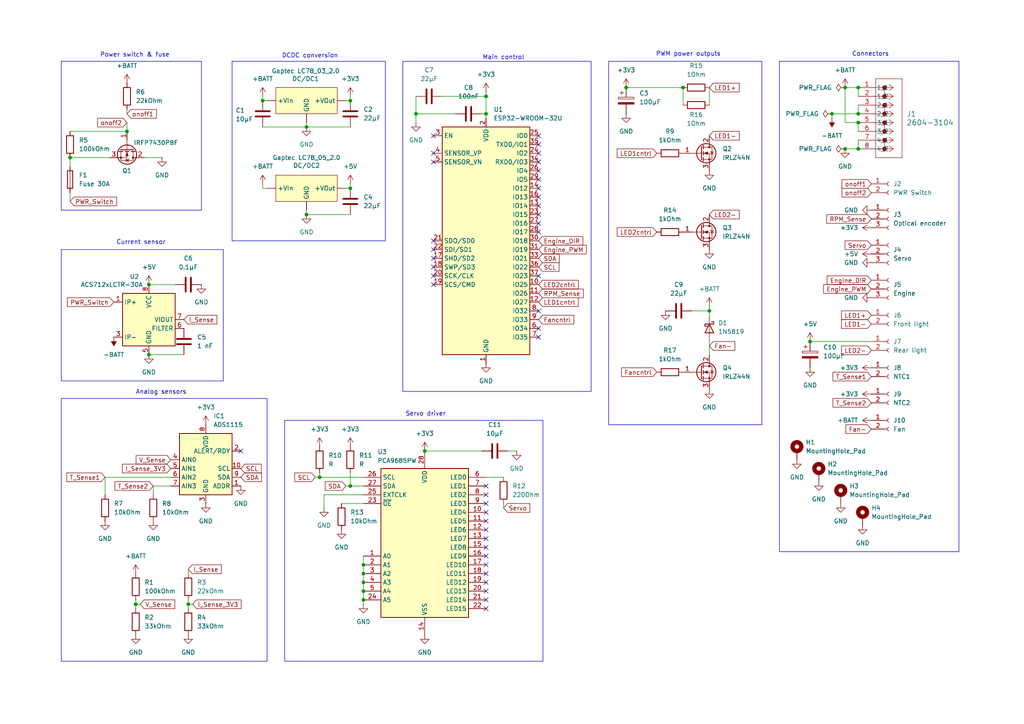
<source format=kicad_sch>
(kicad_sch (version 20250114) (generator "eeschema") (generator_version "9.0")
  (paper "A4")
  (lib_symbols
    (symbol "Connector:Conn_01x02_Socket" (pin_names (offset 1.016) (hide yes))
      (property "Reference" "J" (at 0 2.54 0))
      (property "Value" "Conn_01x02_Socket" (at 0 -5.08 0))
      (symbol "Conn_01x02_Socket_1_1"
        (pin passive line (at -5.08 0 0) (length 3.81) (name "Pin_1") (number "1"))
        (pin passive line (at -5.08 -2.54 0) (length 3.81) (name "Pin_2") (number "2"))
      )
    )
    (symbol "Connector:Conn_01x03_Socket" (pin_names (offset 1.016) (hide yes))
      (property "Reference" "J" (at 0 5.08 0))
      (property "Value" "Conn_01x03_Socket" (at 0 -5.08 0))
      (symbol "Conn_01x03_Socket_1_1"
        (pin passive line (at -5.08 2.54 0) (length 3.81) (name "Pin_1") (number "1"))
        (pin passive line (at -5.08 0 0) (length 3.81) (name "Pin_2") (number "2"))
        (pin passive line (at -5.08 -2.54 0) (length 3.81) (name "Pin_3") (number "3"))
      )
    )
    (symbol "Device:C" (pin_numbers (hide yes)) (pin_names (offset 0.254))
      (property "Reference" "C" (at 0.635 2.54 0))
      (property "Value" "C" (at 0.635 -2.54 0))
      (symbol "C_1_1"
        (pin passive line (at 0 3.81 270) (length 2.794) (name "~") (number "1"))
        (pin passive line (at 0 -3.81 90) (length 2.794) (name "~") (number "2"))
      )
    )
    (symbol "Device:C_Polarized" (pin_numbers (hide yes)) (pin_names (offset 0.254))
      (property "Reference" "C" (at 0.635 2.54 0))
      (property "Value" "C_Polarized" (at 0.635 -2.54 0))
      (symbol "C_Polarized_1_1"
        (pin passive line (at 0 3.81 270) (length 2.794) (name "~") (number "1"))
        (pin passive line (at 0 -3.81 90) (length 2.794) (name "~") (number "2"))
      )
    )
    (symbol "Device:Fuse" (pin_numbers (hide yes)) (pin_names (offset 0))
      (property "Reference" "F" (at 2.032 0 90))
      (property "Value" "Fuse" (at -1.905 0 90))
      (symbol "Fuse_1_1"
        (pin passive line (at 0 3.81 270) (length 1.27) (name "~") (number "1"))
        (pin passive line (at 0 -3.81 90) (length 1.27) (name "~") (number "2"))
      )
    )
    (symbol "Device:R" (pin_numbers (hide yes)) (pin_names (offset 0))
      (property "Reference" "R" (at 2.032 0 90))
      (property "Value" "R" (at 0 0 90))
      (symbol "R_1_1"
        (pin passive line (at 0 3.81 270) (length 1.27) (name "~") (number "1"))
        (pin passive line (at 0 -3.81 90) (length 1.27) (name "~") (number "2"))
      )
    )
    (symbol "Diode:1N5819" (pin_numbers (hide yes)) (pin_names (offset 1.016) (hide yes))
      (property "Reference" "D" (at 0 2.54 0))
      (property "Value" "1N5819" (at 0 -2.54 0))
      (symbol "1N5819_1_1"
        (pin passive line (at -3.81 0 0) (length 2.54) (name "K") (number "1"))
        (pin passive line (at 3.81 0 180) (length 2.54) (name "A") (number "2"))
      )
    )
    (symbol "Driver_LED:PCA9685PW"
      (property "Reference" "U" (at -12.7 22.225 0))
      (property "Value" "PCA9685PW" (at 1.27 22.225 0))
      (symbol "PCA9685PW_1_1"
        (pin input line (at -17.78 17.78 0) (length 5.08) (name "SCL") (number "26"))
        (pin bidirectional line (at -17.78 15.24 0) (length 5.08) (name "SDA") (number "27"))
        (pin input line (at -17.78 12.7 0) (length 5.08) (name "EXTCLK") (number "25"))
        (pin input line (at -17.78 10.16 0) (length 5.08) (name "~{OE}") (number "23"))
        (pin input line (at -17.78 -5.08 0) (length 5.08) (name "A0") (number "1"))
        (pin input line (at -17.78 -7.62 0) (length 5.08) (name "A1") (number "2"))
        (pin input line (at -17.78 -10.16 0) (length 5.08) (name "A2") (number "3"))
        (pin input line (at -17.78 -12.7 0) (length 5.08) (name "A3") (number "4"))
        (pin input line (at -17.78 -15.24 0) (length 5.08) (name "A4") (number "5"))
        (pin input line (at -17.78 -17.78 0) (length 5.08) (name "A5") (number "24"))
        (pin power_in line (at 0 25.4 270) (length 5.08) (name "VDD") (number "28"))
        (pin power_in line (at 0 -27.94 90) (length 5.08) (name "VSS") (number "14"))
        (pin output line (at 17.78 17.78 180) (length 5.08) (name "LED0") (number "6"))
        (pin output line (at 17.78 15.24 180) (length 5.08) (name "LED1") (number "7"))
        (pin output line (at 17.78 12.7 180) (length 5.08) (name "LED2") (number "8"))
        (pin output line (at 17.78 10.16 180) (length 5.08) (name "LED3") (number "9"))
        (pin output line (at 17.78 7.62 180) (length 5.08) (name "LED4") (number "10"))
        (pin output line (at 17.78 5.08 180) (length 5.08) (name "LED5") (number "11"))
        (pin output line (at 17.78 2.54 180) (length 5.08) (name "LED6") (number "12"))
        (pin output line (at 17.78 0 180) (length 5.08) (name "LED7") (number "13"))
        (pin output line (at 17.78 -2.54 180) (length 5.08) (name "LED8") (number "15"))
        (pin output line (at 17.78 -5.08 180) (length 5.08) (name "LED9") (number "16"))
        (pin output line (at 17.78 -7.62 180) (length 5.08) (name "LED10") (number "17"))
        (pin output line (at 17.78 -10.16 180) (length 5.08) (name "LED11") (number "18"))
        (pin output line (at 17.78 -12.7 180) (length 5.08) (name "LED12") (number "19"))
        (pin output line (at 17.78 -15.24 180) (length 5.08) (name "LED13") (number "20"))
        (pin output line (at 17.78 -17.78 180) (length 5.08) (name "LED14") (number "21"))
        (pin output line (at 17.78 -20.32 180) (length 5.08) (name "LED15") (number "22"))
      )
    )
    (symbol "Mechanical:MountingHole_Pad" (pin_numbers (hide yes)) (pin_names (offset 1.016) (hide yes)) (exclude_from_sim yes) (in_bom no)
      (property "Reference" "H" (at 0 6.35 0))
      (property "Value" "MountingHole_Pad" (at 0 4.445 0))
      (symbol "MountingHole_Pad_1_1"
        (pin input line (at 0 -2.54 90) (length 2.54) (name "1") (number "1"))
      )
    )
    (symbol "Sensor_Current:ACS712xLCTR-30A"
      (property "Reference" "U" (at 2.54 11.43 0))
      (property "Value" "ACS712xLCTR-30A" (at 2.54 8.89 0))
      (symbol "ACS712xLCTR-30A_1_1"
        (pin passive line (at -10.16 5.08 0) (length 2.54) (name "IP+") (number "1"))
        (pin passive line (at -10.16 5.08 0) (length 2.54) (hide yes) (name "IP+") (number "2"))
        (pin passive line (at -10.16 -5.08 0) (length 2.54) (name "IP-") (number "3"))
        (pin passive line (at -10.16 -5.08 0) (length 2.54) (hide yes) (name "IP-") (number "4"))
        (pin power_in line (at 0 10.16 270) (length 2.54) (name "VCC") (number "8"))
        (pin power_in line (at 0 -10.16 90) (length 2.54) (name "GND") (number "5"))
        (pin output line (at 10.16 0 180) (length 2.54) (name "VIOUT") (number "7"))
        (pin passive line (at 10.16 -2.54 180) (length 2.54) (name "FILTER") (number "6"))
      )
    )
    (symbol "Transistor_FET:IRLZ44N" (pin_names (hide yes))
      (property "Reference" "Q" (at 5.08 1.905 0))
      (property "Value" "IRLZ44N" (at 5.08 0 0))
      (symbol "IRLZ44N_1_1"
        (pin input line (at -5.08 0 0) (length 2.54) (name "G") (number "1"))
        (pin passive line (at 2.54 5.08 270) (length 2.54) (name "D") (number "2"))
        (pin passive line (at 2.54 -5.08 90) (length 2.54) (name "S") (number "3"))
      )
    )
    (symbol "customsymbols:ADS1115"
      (property "Reference" "IC" (at 2.54 13.97 0))
      (property "Value" "ADS1115" (at 5.842 11.43 0))
      (symbol "ADS1115_1_1"
        (pin input line (at -10.16 2.54 0) (length 2.54) (name "AIN0") (number "4"))
        (pin input line (at -10.16 0 0) (length 2.54) (name "AIN1") (number "5"))
        (pin input line (at -10.16 -2.54 0) (length 2.54) (name "AIN2") (number "6"))
        (pin input line (at -10.16 -5.08 0) (length 2.54) (name "AIN3") (number "7"))
        (pin power_in line (at 0 12.7 270) (length 2.54) (name "VDD") (number "8"))
        (pin power_in line (at 0 -10.16 90) (length 2.54) (name "GND") (number "3"))
        (pin output line (at 10.16 5.08 180) (length 2.54) (name "ALERT/RDY") (number "2"))
        (pin input line (at 10.16 0 180) (length 2.54) (name "SCL") (number "10"))
        (pin bidirectional line (at 10.16 -2.54 180) (length 2.54) (name "SDA") (number "9"))
        (pin input line (at 10.16 -5.08 180) (length 2.54) (name "ADDR") (number "1"))
      )
    )
    (symbol "customsymbols:ESP32-WROOM-32U"
      (property "Reference" "U" (at -12.7 34.29 0))
      (property "Value" "ESP32-WROOM-32U" (at 1.27 34.29 0))
      (symbol "ESP32-WROOM-32U_1_1"
        (pin input line (at -15.24 30.48 0) (length 2.54) (name "EN") (number "3"))
        (pin input line (at -15.24 25.4 0) (length 2.54) (name "SENSOR_VP") (number "4"))
        (pin input line (at -15.24 22.86 0) (length 2.54) (name "SENSOR_VN") (number "5"))
        (pin bidirectional line (at -15.24 0 0) (length 2.54) (name "SDO/SD0") (number "21"))
        (pin bidirectional line (at -15.24 -2.54 0) (length 2.54) (name "SDI/SD1") (number "22"))
        (pin bidirectional line (at -15.24 -5.08 0) (length 2.54) (name "SHD/SD2") (number "17"))
        (pin bidirectional line (at -15.24 -7.62 0) (length 2.54) (name "SWP/SD3") (number "18"))
        (pin bidirectional line (at -15.24 -10.16 0) (length 2.54) (name "SCK/CLK") (number "20"))
        (pin bidirectional line (at -15.24 -12.7 0) (length 2.54) (name "SCS/CMD") (number "19"))
        (pin power_in line (at 0 35.56 270) (length 2.54) (name "VDD") (number "2"))
        (pin power_in line (at 0 -35.56 90) (length 2.54) (name "GND") (number "1"))
        (pin passive line (at 0 -35.56 90) (length 2.54) (hide yes) (name "GND") (number "15"))
        (pin passive line (at 0 -35.56 90) (length 2.54) (hide yes) (name "GND") (number "38"))
        (pin bidirectional line (at 15.24 30.48 180) (length 2.54) (name "IO0") (number "25"))
        (pin bidirectional line (at 15.24 27.94 180) (length 2.54) (name "TXD0/IO1") (number "35"))
        (pin bidirectional line (at 15.24 25.4 180) (length 2.54) (name "IO2") (number "24"))
        (pin bidirectional line (at 15.24 22.86 180) (length 2.54) (name "RXD0/IO3") (number "34"))
        (pin bidirectional line (at 15.24 20.32 180) (length 2.54) (name "IO4") (number "26"))
        (pin bidirectional line (at 15.24 17.78 180) (length 2.54) (name "IO5") (number "29"))
        (pin bidirectional line (at 15.24 15.24 180) (length 2.54) (name "IO12") (number "14"))
        (pin bidirectional line (at 15.24 12.7 180) (length 2.54) (name "IO13") (number "16"))
        (pin bidirectional line (at 15.24 10.16 180) (length 2.54) (name "IO14") (number "13"))
        (pin bidirectional line (at 15.24 7.62 180) (length 2.54) (name "IO15") (number "23"))
        (pin bidirectional line (at 15.24 5.08 180) (length 2.54) (name "IO16") (number "27"))
        (pin bidirectional line (at 15.24 2.54 180) (length 2.54) (name "IO17") (number "28"))
        (pin bidirectional line (at 15.24 0 180) (length 2.54) (name "IO18") (number "30"))
        (pin bidirectional line (at 15.24 -2.54 180) (length 2.54) (name "IO19") (number "31"))
        (pin bidirectional line (at 15.24 -5.08 180) (length 2.54) (name "IO21") (number "33"))
        (pin bidirectional line (at 15.24 -7.62 180) (length 2.54) (name "IO22") (number "36"))
        (pin bidirectional line (at 15.24 -10.16 180) (length 2.54) (name "IO23") (number "37"))
        (pin bidirectional line (at 15.24 -12.7 180) (length 2.54) (name "IO25") (number "10"))
        (pin bidirectional line (at 15.24 -15.24 180) (length 2.54) (name "IO26") (number "11"))
        (pin bidirectional line (at 15.24 -17.78 180) (length 2.54) (name "IO27") (number "12"))
        (pin bidirectional line (at 15.24 -20.32 180) (length 2.54) (name "IO32") (number "8"))
        (pin bidirectional line (at 15.24 -22.86 180) (length 2.54) (name "IO33") (number "9"))
        (pin input line (at 15.24 -25.4 180) (length 2.54) (name "IO34") (number "6"))
        (pin input line (at 15.24 -27.94 180) (length 2.54) (name "IO35") (number "7"))
      )
    )
    (symbol "customsymbols:IRFP7430PBF" (pin_names (hide yes))
      (property "Reference" "Q" (at 5.08 1.905 0))
      (property "Value" "IRFP7430PBF" (at 5.08 0 0))
      (symbol "IRFP7430PBF_1_1"
        (pin input line (at -5.08 0 0) (length 2.54) (name "G") (number "1"))
        (pin passive line (at 2.54 5.08 270) (length 2.54) (name "D") (number "2"))
        (pin passive line (at 2.54 -5.08 90) (length 2.54) (name "S") (number "3"))
      )
    )
    (symbol "customsymbols:LC78_03_2.0" (pin_numbers (hide yes))
      (property "Reference" "DC/DC" (at 0 3.048 0))
      (property "Value" "Gaptec LC78_03_2.0" (at 0 4.572 0))
      (symbol "LC78_03_2.0_1_1"
        (pin power_in line (at -11.43 0 0) (length 2.54) (name "+VIn") (number "1"))
        (pin power_in line (at 0 -6.35 90) (length 2.54) (name "GND") (number "2"))
        (pin power_out line (at 11.43 0 180) (length 2.54) (name "+VOut") (number "3"))
      )
    )
    (symbol "customsymbols:LC78_05_2.0" (pin_numbers (hide yes))
      (property "Reference" "DC/DC" (at 0 3.048 0))
      (property "Value" "Gaptec LC78_05_2.0" (at 0 4.572 0))
      (symbol "LC78_05_2.0_1_1"
        (pin power_in line (at -11.43 0 0) (length 2.54) (name "+VIn") (number "1"))
        (pin power_in line (at 0 -6.35 90) (length 2.54) (name "GND") (number "2"))
        (pin power_out line (at 11.43 0 180) (length 2.54) (name "+VOut") (number "3"))
      )
    )
    (symbol "power:+3V3" (power) (pin_numbers (hide yes)) (pin_names (offset 0) (hide yes))
      (property "Value" "+3V3" (at 0 3.556 0))
      (symbol "+3V3_1_1"
        (pin power_in line (at 0 0 90) (length 0) (name "~") (number "1"))
      )
    )
    (symbol "power:+5V" (power) (pin_numbers (hide yes)) (pin_names (offset 0) (hide yes))
      (property "Value" "+5V" (at 0 3.556 0))
      (symbol "+5V_1_1"
        (pin power_in line (at 0 0 90) (length 0) (name "~") (number "1"))
      )
    )
    (symbol "power:+BATT" (power) (pin_numbers (hide yes)) (pin_names (offset 0) (hide yes))
      (property "Value" "+BATT" (at 0 3.556 0))
      (symbol "+BATT_1_1"
        (pin power_in line (at 0 0 90) (length 0) (name "~") (number "1"))
      )
    )
    (symbol "power:-BATT" (power) (pin_numbers (hide yes)) (pin_names (offset 0) (hide yes))
      (property "Value" "-BATT" (at 0 3.556 0))
      (symbol "-BATT_1_1"
        (pin power_in line (at 0 0 90) (length 0) (name "~") (number "1"))
      )
    )
    (symbol "power:GND" (power) (pin_numbers (hide yes)) (pin_names (offset 0) (hide yes))
      (property "Value" "GND" (at 0 -3.81 0))
      (symbol "GND_1_1"
        (pin power_in line (at 0 0 270) (length 0) (name "~") (number "1"))
      )
    )
    (symbol "power:PWR_FLAG" (power) (pin_numbers (hide yes)) (pin_names (offset 0) (hide yes))
      (property "Value" "PWR_FLAG" (at 0 3.81 0))
      (symbol "PWR_FLAG_0_0"
        (pin power_out line (at 0 0 90) (length 0) (name "~") (number "1"))
      )
    )
    (symbol "wago_2601-3104:2604-3104" (pin_names (offset 0.254))
      (property "Reference" "J1" (at 13.97 -7.6199 0))
      (property "Value" "2604-3104" (at 13.97 -10.1599 0))
      (symbol "2604-3104_1_1"
        (pin passive line (at 0 0 0) (length 5.08) (name "1_1") (number "1"))
        (pin passive line (at 0 -2.54 0) (length 5.08) (name "1_2") (number "2"))
        (pin passive line (at 0 -5.08 0) (length 5.08) (name "2_1") (number "3"))
        (pin passive line (at 0 -7.62 0) (length 5.08) (name "2_2") (number "4"))
        (pin passive line (at 0 -10.16 0) (length 5.08) (name "3_1") (number "5"))
        (pin passive line (at 0 -12.7 0) (length 5.08) (name "3_2") (number "6"))
        (pin passive line (at 0 -15.24 0) (length 5.08) (name "4_1") (number "7"))
        (pin passive line (at 0 -17.78 0) (length 5.08) (name "4_2") (number "8"))
      )
      (symbol "2604-3104_1_2"
        (pin unspecified line (at 0 0 0) (length 5.08) (name "1_1") (number "1"))
        (pin unspecified line (at 0 -2.54 0) (length 5.08) (name "1_2") (number "2"))
        (pin unspecified line (at 0 -5.08 0) (length 5.08) (name "2_1") (number "3"))
        (pin unspecified line (at 0 -7.62 0) (length 5.08) (name "2_2") (number "4"))
        (pin unspecified line (at 0 -10.16 0) (length 5.08) (name "3_1") (number "5"))
        (pin unspecified line (at 0 -12.7 0) (length 5.08) (name "3_2") (number "6"))
        (pin unspecified line (at 0 -15.24 0) (length 5.08) (name "4_1") (number "7"))
        (pin unspecified line (at 0 -17.78 0) (length 5.08) (name "4_2") (number "8"))
      )
    )
  )
  (rectangle (start 116.84 17.78) (end 171.45 113.538))
  (rectangle (start 17.78 115.57) (end 77.47 191.77))
  (rectangle (start 67.31 17.78) (end 111.76 69.85))
  (rectangle (start 17.78 17.78) (end 58.42 60.96))
  (rectangle (start 17.78 72.39) (end 64.77 110.49))
  (rectangle (start 176.53 17.78) (end 220.98 123.19))
  (rectangle (start 226.06 17.78) (end 278.13 160.02))
  (rectangle (start 82.55 121.92) (end 157.48 191.77))
  (text "Current sensor\n" (at 40.894 70.358 0) (effects (font (size 1.27 1.27))))
  (text "Connectors" (at 252.476 15.748 0) (effects (font (size 1.27 1.27))))
  (text "PWM power outputs" (at 199.644 15.748 0) (effects (font (size 1.27 1.27))))
  (text "Servo driver" (at 123.444 120.142 0) (effects (font (size 1.27 1.27))))
  (text "Analog sensors" (at 46.736 113.792 0) (effects (font (size 1.27 1.27))))
  (text "DCDC conversion" (at 89.916 16.256 0) (effects (font (size 1.27 1.27))))
  (text "Power switch & fuse" (at 39.116 16.002 0) (effects (font (size 1.27 1.27))))
  (text "Main control" (at 146.05 16.764 0) (effects (font (size 1.27 1.27))))
  (junction (at 101.6 54.61))
  (junction (at 39.37 175.26))
  (junction (at 20.32 45.72))
  (junction (at 245.11 43.18))
  (junction (at 105.41 173.99))
  (junction (at 105.41 163.83))
  (junction (at 123.19 130.81))
  (junction (at 234.95 99.06))
  (junction (at 43.18 82.55))
  (junction (at 88.9 36.83))
  (junction (at 181.61 25.4))
  (junction (at 54.61 175.26))
  (junction (at 140.97 33.02))
  (junction (at 205.74 90.17))
  (junction (at 92.71 138.43))
  (junction (at 101.6 140.97))
  (junction (at 105.41 168.91))
  (junction (at 245.11 25.4))
  (junction (at 105.41 166.37))
  (junction (at 88.9 62.23))
  (junction (at 248.92 33.02))
  (junction (at 248.92 43.18))
  (junction (at 43.18 102.87))
  (junction (at 105.41 171.45))
  (junction (at 198.12 25.4))
  (junction (at 101.6 29.21))
  (junction (at 76.2 29.21))
  (junction (at 36.83 38.1))
  (junction (at 248.92 35.56))
  (junction (at 120.65 33.02))
  (junction (at 140.97 27.94))
  (junction (at 241.3 33.02))
  (junction (at 248.92 25.4))
  (no_connect (at 156.21 67.31))
  (no_connect (at 140.97 151.13))
  (no_connect (at 140.97 171.45))
  (no_connect (at 156.21 39.37))
  (no_connect (at 156.21 59.69))
  (no_connect (at 156.21 90.17))
  (no_connect (at 125.73 72.39))
  (no_connect (at 140.97 140.97))
  (no_connect (at 140.97 168.91))
  (no_connect (at 140.97 163.83))
  (no_connect (at 140.97 158.75))
  (no_connect (at 156.21 80.01))
  (no_connect (at 140.97 153.67))
  (no_connect (at 125.73 39.37))
  (no_connect (at 125.73 82.55))
  (no_connect (at 140.97 161.29))
  (no_connect (at 140.97 143.51))
  (no_connect (at 125.73 69.85))
  (no_connect (at 156.21 95.25))
  (no_connect (at 156.21 44.45))
  (no_connect (at 125.73 44.45))
  (no_connect (at 156.21 49.53))
  (no_connect (at 156.21 54.61))
  (no_connect (at 140.97 146.05))
  (no_connect (at 156.21 46.99))
  (no_connect (at 125.73 46.99))
  (no_connect (at 140.97 148.59))
  (no_connect (at 125.73 74.93))
  (no_connect (at 69.85 130.81))
  (no_connect (at 156.21 64.77))
  (no_connect (at 140.97 173.99))
  (no_connect (at 125.73 77.47))
  (no_connect (at 156.21 52.07))
  (no_connect (at 140.97 166.37))
  (no_connect (at 156.21 57.15))
  (no_connect (at 140.97 156.21))
  (no_connect (at 140.97 176.53))
  (no_connect (at 156.21 41.91))
  (no_connect (at 156.21 62.23))
  (no_connect (at 125.73 80.01))
  (no_connect (at 156.21 97.79))
  (wire (pts (xy 245.11 43.18) (xy 248.92 43.18)))
  (wire (pts (xy 105.41 175.26) (xy 105.41 173.99)))
  (wire (pts (xy 92.71 138.43) (xy 105.41 138.43)))
  (wire (pts (xy 20.32 48.26) (xy 20.32 45.72)))
  (wire (pts (xy 76.2 53.34) (xy 76.2 54.61)))
  (wire (pts (xy 44.45 143.51) (xy 44.45 140.97)))
  (wire (pts (xy 146.05 147.32) (xy 146.05 146.05)))
  (wire (pts (xy 123.19 130.81) (xy 139.7 130.81)))
  (wire (pts (xy 76.2 36.83) (xy 88.9 36.83)))
  (wire (pts (xy 241.3 34.29) (xy 241.3 33.02)))
  (wire (pts (xy 120.65 35.56) (xy 120.65 33.02)))
  (wire (pts (xy 76.2 54.61) (xy 77.47 54.61)))
  (wire (pts (xy 245.11 25.4) (xy 248.92 25.4)))
  (wire (pts (xy 88.9 36.83) (xy 101.6 36.83)))
  (wire (pts (xy 36.83 31.75) (xy 36.83 33.02)))
  (wire (pts (xy 100.33 29.21) (xy 101.6 29.21)))
  (wire (pts (xy 146.05 138.43) (xy 140.97 138.43)))
  (wire (pts (xy 49.53 140.97) (xy 44.45 140.97)))
  (wire (pts (xy 181.61 25.4) (xy 198.12 25.4)))
  (wire (pts (xy 105.41 143.51) (xy 93.98 143.51)))
  (wire (pts (xy 30.48 143.51) (xy 30.48 138.43)))
  (wire (pts (xy 140.97 26.67) (xy 140.97 27.94)))
  (wire (pts (xy 46.99 45.72) (xy 41.91 45.72)))
  (wire (pts (xy 88.9 36.83) (xy 88.9 35.56)))
  (wire (pts (xy 55.88 175.26) (xy 54.61 175.26)))
  (wire (pts (xy 40.64 175.26) (xy 39.37 175.26)))
  (wire (pts (xy 241.3 33.02) (xy 248.92 33.02)))
  (wire (pts (xy 105.41 161.29) (xy 105.41 163.83)))
  (wire (pts (xy 120.65 33.02) (xy 132.08 33.02)))
  (wire (pts (xy 76.2 29.21) (xy 77.47 29.21)))
  (wire (pts (xy 140.97 27.94) (xy 140.97 33.02)))
  (wire (pts (xy 99.06 146.05) (xy 105.41 146.05)))
  (wire (pts (xy 248.92 25.4) (xy 248.92 27.94)))
  (wire (pts (xy 101.6 137.16) (xy 101.6 140.97)))
  (wire (pts (xy 140.97 33.02) (xy 140.97 34.29)))
  (wire (pts (xy 91.44 138.43) (xy 92.71 138.43)))
  (wire (pts (xy 205.74 90.17) (xy 205.74 91.44)))
  (wire (pts (xy 245.11 35.56) (xy 248.92 35.56)))
  (wire (pts (xy 54.61 175.26) (xy 54.61 176.53)))
  (wire (pts (xy 53.34 102.87) (xy 43.18 102.87)))
  (wire (pts (xy 101.6 53.34) (xy 101.6 54.61)))
  (wire (pts (xy 101.6 27.94) (xy 101.6 29.21)))
  (wire (pts (xy 36.83 35.56) (xy 36.83 38.1)))
  (wire (pts (xy 198.12 25.4) (xy 198.12 30.48)))
  (wire (pts (xy 252.73 99.06) (xy 234.95 99.06)))
  (wire (pts (xy 105.41 168.91) (xy 105.41 171.45)))
  (wire (pts (xy 43.18 82.55) (xy 50.8 82.55)))
  (wire (pts (xy 205.74 88.9) (xy 205.74 90.17)))
  (wire (pts (xy 76.2 27.94) (xy 76.2 29.21)))
  (wire (pts (xy 105.41 163.83) (xy 105.41 166.37)))
  (wire (pts (xy 20.32 38.1) (xy 36.83 38.1)))
  (wire (pts (xy 30.48 138.43) (xy 49.53 138.43)))
  (wire (pts (xy 39.37 176.53) (xy 39.37 175.26)))
  (wire (pts (xy 149.86 130.81) (xy 147.32 130.81)))
  (wire (pts (xy 93.98 143.51) (xy 93.98 147.32)))
  (wire (pts (xy 248.92 33.02) (xy 248.92 30.48)))
  (wire (pts (xy 54.61 165.1) (xy 54.61 166.37)))
  (wire (pts (xy 140.97 33.02) (xy 139.7 33.02)))
  (wire (pts (xy 140.97 27.94) (xy 128.27 27.94)))
  (wire (pts (xy 205.74 25.4) (xy 205.74 30.48)))
  (wire (pts (xy 54.61 173.99) (xy 54.61 175.26)))
  (wire (pts (xy 20.32 45.72) (xy 31.75 45.72)))
  (wire (pts (xy 245.11 35.56) (xy 245.11 25.4)))
  (wire (pts (xy 92.71 137.16) (xy 92.71 138.43)))
  (wire (pts (xy 248.92 35.56) (xy 248.92 38.1)))
  (wire (pts (xy 105.41 171.45) (xy 105.41 173.99)))
  (wire (pts (xy 88.9 62.23) (xy 88.9 60.96)))
  (wire (pts (xy 88.9 62.23) (xy 101.6 62.23)))
  (wire (pts (xy 100.33 140.97) (xy 101.6 140.97)))
  (wire (pts (xy 248.92 40.64) (xy 248.92 43.18)))
  (wire (pts (xy 100.33 54.61) (xy 101.6 54.61)))
  (wire (pts (xy 105.41 166.37) (xy 105.41 168.91)))
  (wire (pts (xy 20.32 55.88) (xy 20.32 58.42)))
  (wire (pts (xy 205.74 99.06) (xy 205.74 102.87)))
  (wire (pts (xy 200.66 90.17) (xy 205.74 90.17)))
  (wire (pts (xy 101.6 140.97) (xy 105.41 140.97)))
  (wire (pts (xy 120.65 27.94) (xy 120.65 33.02)))
  (wire (pts (xy 39.37 175.26) (xy 39.37 173.99)))
  (global_label "Engine_DIR" (shape input) (at 156.21 69.85 0) (property "Intersheetrefs" "${INTERSHEET_REFS}" (effects (hide yes))))
  (global_label "Fancntrl" (shape input) (at 156.21 92.71 0) (property "Intersheetrefs" "${INTERSHEET_REFS}" (effects (hide yes))))
  (global_label "SDA" (shape input) (at 156.21 74.93 0) (property "Intersheetrefs" "${INTERSHEET_REFS}" (effects (hide yes))))
  (global_label "Engine_DIR" (shape input) (at 252.73 81.28 180) (property "Intersheetrefs" "${INTERSHEET_REFS}" (effects (hide yes))))
  (global_label "I_Sense" (shape input) (at 54.61 165.1 0) (property "Intersheetrefs" "${INTERSHEET_REFS}" (effects (hide yes))))
  (global_label "LED2cntrl" (shape input) (at 156.21 82.55 0) (property "Intersheetrefs" "${INTERSHEET_REFS}" (effects (hide yes))))
  (global_label "Engine_PWM" (shape input) (at 252.73 83.82 180) (property "Intersheetrefs" "${INTERSHEET_REFS}" (effects (hide yes))))
  (global_label "onoff2" (shape input) (at 252.73 55.88 180) (property "Intersheetrefs" "${INTERSHEET_REFS}" (effects (hide yes))))
  (global_label "RPM_Sense" (shape input) (at 156.21 85.09 0) (property "Intersheetrefs" "${INTERSHEET_REFS}" (effects (hide yes))))
  (global_label "LED2cntrl" (shape input) (at 190.5 67.31 180) (property "Intersheetrefs" "${INTERSHEET_REFS}" (effects (hide yes))))
  (global_label "SCL" (shape input) (at 69.85 135.89 0) (property "Intersheetrefs" "${INTERSHEET_REFS}" (effects (hide yes))))
  (global_label "LED1+" (shape input) (at 252.73 91.44 180) (property "Intersheetrefs" "${INTERSHEET_REFS}" (effects (hide yes))))
  (global_label "SCL" (shape input) (at 156.21 77.47 0) (property "Intersheetrefs" "${INTERSHEET_REFS}" (effects (hide yes))))
  (global_label "SDA" (shape input) (at 69.85 138.43 0) (property "Intersheetrefs" "${INTERSHEET_REFS}" (effects (hide yes))))
  (global_label "V_Sense" (shape input) (at 40.64 175.26 0) (property "Intersheetrefs" "${INTERSHEET_REFS}" (effects (hide yes))))
  (global_label "onoff1" (shape input) (at 252.73 53.34 180) (property "Intersheetrefs" "${INTERSHEET_REFS}" (effects (hide yes))))
  (global_label "T_Sense1" (shape input) (at 252.73 109.22 180) (property "Intersheetrefs" "${INTERSHEET_REFS}" (effects (hide yes))))
  (global_label "T_Sense2" (shape input) (at 252.73 116.84 180) (property "Intersheetrefs" "${INTERSHEET_REFS}" (effects (hide yes))))
  (global_label "LED2-" (shape input) (at 252.73 101.6 180) (property "Intersheetrefs" "${INTERSHEET_REFS}" (effects (hide yes))))
  (global_label "SDA" (shape input) (at 100.33 140.97 180) (property "Intersheetrefs" "${INTERSHEET_REFS}" (effects (hide yes))))
  (global_label "LED1-" (shape input) (at 205.74 39.37 0) (property "Intersheetrefs" "${INTERSHEET_REFS}" (effects (hide yes))))
  (global_label "LED1-" (shape input) (at 252.73 93.98 180) (property "Intersheetrefs" "${INTERSHEET_REFS}" (effects (hide yes))))
  (global_label "Servo" (shape input) (at 146.05 147.32 0) (property "Intersheetrefs" "${INTERSHEET_REFS}" (effects (hide yes))))
  (global_label "LED1+" (shape input) (at 205.74 25.4 0) (property "Intersheetrefs" "${INTERSHEET_REFS}" (effects (hide yes))))
  (global_label "onoff2" (shape input) (at 36.83 35.56 180) (property "Intersheetrefs" "${INTERSHEET_REFS}" (effects (hide yes))))
  (global_label "I_Sense" (shape input) (at 53.34 92.71 0) (property "Intersheetrefs" "${INTERSHEET_REFS}" (effects (hide yes))))
  (global_label "LED2-" (shape input) (at 205.74 62.23 0) (property "Intersheetrefs" "${INTERSHEET_REFS}" (effects (hide yes))))
  (global_label "V_Sense" (shape input) (at 49.53 133.35 180) (property "Intersheetrefs" "${INTERSHEET_REFS}" (effects (hide yes))))
  (global_label "T_Sense1" (shape input) (at 30.48 138.43 180) (property "Intersheetrefs" "${INTERSHEET_REFS}" (effects (hide yes))))
  (global_label "I_Sense_3V3" (shape input) (at 49.53 135.89 180) (property "Intersheetrefs" "${INTERSHEET_REFS}" (effects (hide yes))))
  (global_label "PWR_Switch" (shape input) (at 33.02 87.63 180) (property "Intersheetrefs" "${INTERSHEET_REFS}" (effects (hide yes))))
  (global_label "Fancntrl" (shape input) (at 190.5 107.95 180) (property "Intersheetrefs" "${INTERSHEET_REFS}" (effects (hide yes))))
  (global_label "Fan-" (shape input) (at 252.73 124.46 180) (property "Intersheetrefs" "${INTERSHEET_REFS}" (effects (hide yes))))
  (global_label "I_Sense_3V3" (shape input) (at 55.88 175.26 0) (property "Intersheetrefs" "${INTERSHEET_REFS}" (effects (hide yes))))
  (global_label "T_Sense2" (shape input) (at 44.45 140.97 180) (property "Intersheetrefs" "${INTERSHEET_REFS}" (effects (hide yes))))
  (global_label "Engine_PWM" (shape input) (at 156.21 72.39 0) (property "Intersheetrefs" "${INTERSHEET_REFS}" (effects (hide yes))))
  (global_label "RPM_Sense" (shape input) (at 252.73 63.5 180) (property "Intersheetrefs" "${INTERSHEET_REFS}" (effects (hide yes))))
  (global_label "Fan-" (shape input) (at 205.74 100.33 0) (property "Intersheetrefs" "${INTERSHEET_REFS}" (effects (hide yes))))
  (global_label "PWR_Switch" (shape input) (at 20.32 58.42 0) (property "Intersheetrefs" "${INTERSHEET_REFS}" (effects (hide yes))))
  (global_label "Servo" (shape input) (at 252.73 71.12 180) (property "Intersheetrefs" "${INTERSHEET_REFS}" (effects (hide yes))))
  (global_label "onoff1" (shape input) (at 36.83 33.02 0) (property "Intersheetrefs" "${INTERSHEET_REFS}" (effects (hide yes))))
  (global_label "LED1cntrl" (shape input) (at 190.5 44.45 180) (property "Intersheetrefs" "${INTERSHEET_REFS}" (effects (hide yes))))
  (global_label "SCL" (shape input) (at 91.44 138.43 180) (property "Intersheetrefs" "${INTERSHEET_REFS}" (effects (hide yes))))
  (global_label "LED1cntrl" (shape input) (at 156.21 87.63 0) (property "Intersheetrefs" "${INTERSHEET_REFS}" (effects (hide yes))))
  (symbol (lib_id "Device:R") (at 99.06 149.86 0) (unit 1)
    (property "Reference" "R13" (at 101.6 148.5899 0) (effects (justify left)))
    (property "Value" "10kOhm" (at 101.6 151.1299 0) (effects (justify left)))
    (property "Footprint" "Resistor_THT:R_Axial_DIN0309_L9.0mm_D3.2mm_P2.54mm_Vertical" (effects (hide yes)))
    (property "Description" "Resistor" (effects (hide yes)))
  )
  (symbol (lib_id "Connector:Conn_01x03_Socket") (at 257.81 73.66 0) (unit 1)
    (property "Reference" "J4" (at 259.08 72.3899 0) (effects (justify left)))
    (property "Value" "Servo" (at 259.08 74.9299 0) (effects (justify left)))
    (property "Footprint" "Connector_Molex:Molex_SL_171971-0003_1x03_P2.54mm_Vertical" (effects (hide yes)))
    (property "Description" "Generic connector, single row, 01x03, script generated" (effects (hide yes)))
  )
  (symbol (lib_id "Device:C") (at 54.61 82.55 270) (unit 1)
    (property "Reference" "C6" (at 54.61 74.93 90))
    (property "Value" "0.1µF" (at 54.61 77.47 90))
    (property "Footprint" "Capacitor_SMD:C_0805_2012Metric_Pad1.18x1.45mm_HandSolder" (effects (hide yes)))
    (property "Description" "Unpolarized capacitor" (effects (hide yes)))
  )
  (symbol (lib_id "power:GND") (at 99.06 153.67 0) (unit 1)
    (property "Reference" "#PWR033" (effects (hide yes)))
    (property "Value" "GND" (at 99.06 158.75 0))
    (property "Description" "Power symbol creates a global label with name \"GND\" , ground" (effects (hide yes)))
  )
  (symbol (lib_id "power:-BATT") (at 241.3 34.29 180) (unit 1)
    (property "Reference" "#PWR035" (effects (hide yes)))
    (property "Value" "-BATT" (at 241.3 39.37 0))
    (property "Description" "Power symbol creates a global label with name \"-BATT\"" (effects (hide yes)))
  )
  (symbol (lib_id "power:+5V") (at 43.18 82.55 0) (unit 1)
    (property "Reference" "#PWR016" (effects (hide yes)))
    (property "Value" "+5V" (at 43.18 77.47 0))
    (property "Description" "Power symbol creates a global label with name \"+5V\"" (effects (hide yes)))
  )
  (symbol (lib_id "Transistor_FET:IRLZ44N") (at 203.2 67.31 0) (unit 1)
    (property "Reference" "Q3" (at 209.55 66.0399 0) (effects (justify left)))
    (property "Value" "IRLZ44N" (at 209.55 68.5799 0) (effects (justify left)))
    (property "Footprint" "Package_TO_SOT_THT:TO-220-3_Vertical" (effects (hide yes)))
    (property "Datasheet" "http://www.irf.com/product-info/datasheets/data/irlz44n.pdf" (effects (hide yes)))
    (property "Description" "47A Id, 55V Vds, 22mOhm Rds Single N-Channel HEXFET Power MOSFET, TO-220AB" (effects (hide yes)))
  )
  (symbol (lib_id "Device:Fuse") (at 20.32 52.07 0) (unit 1)
    (property "Reference" "F1" (at 22.86 50.7999 0) (effects (justify left)))
    (property "Value" "Fuse 30A" (at 22.86 53.3399 0) (effects (justify left)))
    (property "Footprint" "customfootprints:iMAXX_H7810" (effects (hide yes)))
    (property "Description" "Fuse" (effects (hide yes)))
  )
  (symbol (lib_id "customsymbols:ESP32-WROOM-32U") (at 140.97 69.85 0) (unit 1)
    (property "Reference" "U1" (at 143.1641 31.75 0) (effects (justify left)))
    (property "Value" "ESP32-WROOM-32U" (at 143.1641 34.29 0) (effects (justify left)))
    (property "Footprint" "customfootprints:NodeMCU-ESP32" (effects (hide yes)))
    (property "Datasheet" "https://www.espressif.com/sites/default/files/documentation/esp32-wroom-32d_esp32-wroom-32u_datasheet_en.pdf" (effects (hide yes)))
    (property "Description" "RF Module, ESP32-D0WD SoC, Wi-Fi 802.11b/g/n, Bluetooth, BLE, 32-bit, 2.7-3.6V, external antenna, SMD" (effects (hide yes)))
  )
  (symbol (lib_id "power:GND") (at 88.9 36.83 0) (unit 1)
    (property "Reference" "#PWR06" (effects (hide yes)))
    (property "Value" "GND" (at 88.9 41.91 0))
    (property "Description" "Power symbol creates a global label with name \"GND\" , ground" (effects (hide yes)))
  )
  (symbol (lib_id "power:+3V3") (at 252.73 106.68 90) (unit 1)
    (property "Reference" "#PWR023" (effects (hide yes)))
    (property "Value" "+3V3" (at 248.92 106.6799 90) (effects (justify left)))
    (property "Description" "Power symbol creates a global label with name \"+3V3\"" (effects (hide yes)))
  )
  (symbol (lib_id "power:GND") (at 58.42 82.55 0) (unit 1)
    (property "Reference" "#PWR017" (effects (hide yes)))
    (property "Value" "GND" (at 58.42 87.63 0))
    (property "Description" "Power symbol creates a global label with name \"GND\" , ground" (effects (hide yes)))
  )
  (symbol (lib_id "Device:R") (at 194.31 67.31 90) (unit 1)
    (property "Reference" "R14" (at 194.31 60.96 90))
    (property "Value" "1kOhm" (at 194.31 63.5 90))
    (property "Footprint" "Resistor_THT:R_Axial_DIN0309_L9.0mm_D3.2mm_P2.54mm_Vertical" (effects (hide yes)))
    (property "Description" "Resistor" (effects (hide yes)))
  )
  (symbol (lib_id "power:+3V3") (at 252.73 114.3 90) (unit 1)
    (property "Reference" "#PWR024" (effects (hide yes)))
    (property "Value" "+3V3" (at 248.92 114.2999 90) (effects (justify left)))
    (property "Description" "Power symbol creates a global label with name \"+3V3\"" (effects (hide yes)))
  )
  (symbol (lib_id "power:GND") (at 205.74 72.39 0) (unit 1)
    (property "Reference" "#PWR036" (effects (hide yes)))
    (property "Value" "GND" (at 205.74 77.47 0))
    (property "Description" "Power symbol creates a global label with name \"GND\" , ground" (effects (hide yes)))
  )
  (symbol (lib_id "wago_2601-3104:2604-3104") (at 248.92 25.4 0) (unit 1)
    (property "Reference" "J1" (at 262.89 33.0199 0) (effects (font (size 1.524 1.524)) (justify left)))
    (property "Value" "2604-3104" (at 262.89 35.5599 0) (effects (font (size 1.524 1.524)) (justify left)))
    (property "Footprint" "customfootprints:CONN4_2604-3104_WAG" (effects (hide yes)))
    (property "Datasheet" "2604-3104" (effects (hide yes)))
  )
  (symbol (lib_id "power:+3V3") (at 123.19 130.81 0) (unit 1)
    (property "Reference" "#PWR022" (effects (hide yes)))
    (property "Value" "+3V3" (at 123.19 125.73 0))
    (property "Description" "Power symbol creates a global label with name \"+3V3\"" (effects (hide yes)))
  )
  (symbol (lib_id "power:+5V") (at 234.95 99.06 0) (unit 1)
    (property "Reference" "#PWR039" (effects (hide yes)))
    (property "Value" "+5V" (at 234.95 93.98 0))
    (property "Description" "Power symbol creates a global label with name \"+5V\"" (effects (hide yes)))
  )
  (symbol (lib_id "Driver_LED:PCA9685PW") (at 123.19 156.21 0) (unit 1)
    (property "Reference" "U3" (at 109.474 131.064 0) (effects (justify left)))
    (property "Value" "PCA9685PW" (at 109.474 133.604 0) (effects (justify left)))
    (property "Footprint" "Package_SO:TSSOP-28_4.4x9.7mm_P0.65mm" (effects (hide yes)))
    (property "Datasheet" "http://www.nxp.com/docs/en/data-sheet/PCA9685.pdf" (effects (hide yes)))
    (property "Description" "16-channel 12-bit PWM Fm+ I2C-bus LED controller RGBA TSSOP" (effects (hide yes)))
  )
  (symbol (lib_id "power:+3V3") (at 101.6 129.54 0) (unit 1)
    (property "Reference" "#PWR030" (effects (hide yes)))
    (property "Value" "+3V3" (at 101.6 124.46 0))
    (property "Description" "Power symbol creates a global label with name \"+3V3\"" (effects (hide yes)))
  )
  (symbol (lib_id "power:GND") (at 193.04 90.17 0) (unit 1)
    (property "Reference" "#PWR049" (effects (hide yes)))
    (property "Value" "GND" (at 193.04 95.25 0))
    (property "Description" "Power symbol creates a global label with name \"GND\" , ground" (effects (hide yes)))
  )
  (symbol (lib_id "power:+3V3") (at 92.71 129.54 0) (unit 1)
    (property "Reference" "#PWR029" (effects (hide yes)))
    (property "Value" "+3V3" (at 92.71 124.46 0))
    (property "Description" "Power symbol creates a global label with name \"+3V3\"" (effects (hide yes)))
  )
  (symbol (lib_id "Connector:Conn_01x02_Socket") (at 257.81 114.3 0) (unit 1)
    (property "Reference" "J9" (at 259.08 114.2999 0) (effects (justify left)))
    (property "Value" "NTC2" (at 259.08 116.8399 0) (effects (justify left)))
    (property "Footprint" "Connector_Molex:Molex_SL_171971-0002_1x02_P2.54mm_Vertical" (effects (hide yes)))
    (property "Description" "Generic connector, single row, 01x02, script generated" (effects (hide yes)))
  )
  (symbol (lib_id "Mechanical:MountingHole_Pad") (at 250.19 149.86 0) (unit 1) (exclude_from_sim yes) (in_bom no)
    (property "Reference" "H4" (at 252.73 147.3199 0) (effects (justify left)))
    (property "Value" "MountingHole_Pad" (at 252.73 149.8599 0) (effects (justify left)))
    (property "Footprint" "MountingHole:MountingHole_3.2mm_M3_Pad_TopBottom" (effects (hide yes)))
    (property "Description" "Mounting Hole with connection" (effects (hide yes)))
  )
  (symbol (lib_id "Device:R") (at 44.45 147.32 0) (unit 1)
    (property "Reference" "R8" (at 46.99 146.0499 0) (effects (justify left)))
    (property "Value" "10kOhm" (at 46.99 148.5899 0) (effects (justify left)))
    (property "Footprint" "Resistor_THT:R_Axial_DIN0309_L9.0mm_D3.2mm_P12.70mm_Horizontal" (effects (hide yes)))
    (property "Description" "Resistor" (effects (hide yes)))
  )
  (symbol (lib_id "Device:R") (at 30.48 147.32 0) (unit 1)
    (property "Reference" "R7" (at 33.02 146.0499 0) (effects (justify left)))
    (property "Value" "10kOhm" (at 33.02 148.5899 0) (effects (justify left)))
    (property "Footprint" "Resistor_THT:R_Axial_DIN0309_L9.0mm_D3.2mm_P12.70mm_Horizontal" (effects (hide yes)))
    (property "Description" "Resistor" (effects (hide yes)))
  )
  (symbol (lib_id "Device:C") (at 196.85 90.17 270) (unit 1)
    (property "Reference" "C9" (at 196.85 82.55 90))
    (property "Value" "22µF" (at 196.85 85.09 90))
    (property "Footprint" "Capacitor_SMD:C_1206_3216Metric_Pad1.33x1.80mm_HandSolder" (effects (hide yes)))
    (property "Description" "Unpolarized capacitor" (effects (hide yes)))
  )
  (symbol (lib_id "power:GND") (at 69.85 140.97 0) (unit 1)
    (property "Reference" "#PWR01" (effects (hide yes)))
    (property "Value" "GND" (at 69.85 146.05 0))
    (property "Description" "Power symbol creates a global label with name \"GND\" , ground" (effects (hide yes)))
  )
  (symbol (lib_id "power:GND") (at 44.45 151.13 0) (unit 1)
    (property "Reference" "#PWR026" (effects (hide yes)))
    (property "Value" "GND" (at 44.45 156.21 0))
    (property "Description" "Power symbol creates a global label with name \"GND\" , ground" (effects (hide yes)))
  )
  (symbol (lib_id "power:GND") (at 120.65 35.56 0) (unit 1)
    (property "Reference" "#PWR027" (effects (hide yes)))
    (property "Value" "GND" (at 120.65 40.64 0))
    (property "Description" "Power symbol creates a global label with name \"GND\" , ground" (effects (hide yes)))
  )
  (symbol (lib_id "Mechanical:MountingHole_Pad") (at 231.14 130.81 0) (unit 1) (exclude_from_sim yes) (in_bom no)
    (property "Reference" "H1" (at 233.68 128.2699 0) (effects (justify left)))
    (property "Value" "MountingHole_Pad" (at 233.68 130.8099 0) (effects (justify left)))
    (property "Footprint" "MountingHole:MountingHole_3.2mm_M3_Pad_TopBottom" (effects (hide yes)))
    (property "Description" "Mounting Hole with connection" (effects (hide yes)))
  )
  (symbol (lib_id "customsymbols:IRFP7430PBF") (at 36.83 43.18 270) (unit 1)
    (property "Reference" "Q1" (at 36.83 49.53 90))
    (property "Value" "IRFP7430PBF" (at 45.212 41.402 90))
    (property "Footprint" "customfootprints:TO247 vertical MOSFET" (effects (hide yes)))
    (property "Datasheet" "https://cdn-reichelt.de/documents/datenblatt/A100/INFINEON-IRFP7430-DATASHEET-V01_01-EN.pdf" (effects (hide yes)))
    (property "Description" "195A Id, 40V Vds, 1mOhm Rds Single N-Channel HEXFET Power MOSFET, TO-247AC" (effects (hide yes)))
  )
  (symbol (lib_id "Mechanical:MountingHole_Pad") (at 237.49 137.16 0) (unit 1) (exclude_from_sim yes) (in_bom no)
    (property "Reference" "H2" (at 240.03 134.6199 0) (effects (justify left)))
    (property "Value" "MountingHole_Pad" (at 240.03 137.1599 0) (effects (justify left)))
    (property "Footprint" "MountingHole:MountingHole_3.2mm_M3_Pad_TopBottom" (effects (hide yes)))
    (property "Description" "Mounting Hole with connection" (effects (hide yes)))
  )
  (symbol (lib_id "power:GND") (at 30.48 151.13 0) (unit 1)
    (property "Reference" "#PWR025" (effects (hide yes)))
    (property "Value" "GND" (at 30.48 156.21 0))
    (property "Description" "Power symbol creates a global label with name \"GND\" , ground" (effects (hide yes)))
  )
  (symbol (lib_id "power:GND") (at 105.41 175.26 0) (unit 1)
    (property "Reference" "#PWR031" (effects (hide yes)))
    (property "Value" "GND" (at 105.41 180.34 0))
    (property "Description" "Power symbol creates a global label with name \"GND\" , ground" (effects (hide yes)))
  )
  (symbol (lib_id "power:+BATT") (at 39.37 166.37 0) (unit 1)
    (property "Reference" "#PWR013" (effects (hide yes)))
    (property "Value" "+BATT" (at 39.37 161.29 0))
    (property "Description" "Power symbol creates a global label with name \"+BATT\"" (effects (hide yes)))
  )
  (symbol (lib_id "power:GND") (at 46.99 45.72 0) (unit 1)
    (property "Reference" "#PWR019" (effects (hide yes)))
    (property "Value" "GND" (at 46.99 50.8 0))
    (property "Description" "Power symbol creates a global label with name \"GND\" , ground" (effects (hide yes)))
  )
  (symbol (lib_id "Device:R") (at 54.61 170.18 0) (unit 1)
    (property "Reference" "R3" (at 57.15 168.9099 0) (effects (justify left)))
    (property "Value" "22kOhm" (at 57.15 171.4499 0) (effects (justify left)))
    (property "Footprint" "Resistor_THT:R_Axial_DIN0309_L9.0mm_D3.2mm_P2.54mm_Vertical" (effects (hide yes)))
    (property "Description" "Resistor" (effects (hide yes)))
  )
  (symbol (lib_id "power:+3V3") (at 59.69 123.19 0) (unit 1)
    (property "Reference" "#PWR012" (effects (hide yes)))
    (property "Value" "+3V3" (at 59.69 118.11 0))
    (property "Description" "Power symbol creates a global label with name \"+3V3\"" (effects (hide yes)))
  )
  (symbol (lib_id "power:GND") (at 231.14 133.35 0) (unit 1)
    (property "Reference" "#PWR051" (effects (hide yes)))
    (property "Value" "GND" (at 231.14 138.43 0))
    (property "Description" "Power symbol creates a global label with name \"GND\" , ground" (effects (hide yes)))
  )
  (symbol (lib_id "Diode:1N5819") (at 205.74 95.25 270) (unit 1)
    (property "Reference" "D1" (at 208.28 93.6624 90) (effects (justify left)))
    (property "Value" "1N5819" (at 208.28 96.2024 90) (effects (justify left)))
    (property "Footprint" "Diode_THT:D_DO-41_SOD81_P10.16mm_Horizontal" (effects (hide yes)))
    (property "Datasheet" "http://www.vishay.com/docs/88525/1n5817.pdf" (effects (hide yes)))
    (property "Description" "40V 1A Schottky Barrier Rectifier Diode, DO-41" (effects (hide yes)))
  )
  (symbol (lib_id "Device:C_Polarized") (at 234.95 102.87 0) (unit 1)
    (property "Reference" "C10" (at 238.76 100.7109 0) (effects (justify left)))
    (property "Value" "100µF" (at 238.76 103.2509 0) (effects (justify left)))
    (property "Footprint" "Capacitor_THT:CP_Radial_D10.0mm_P5.00mm" (effects (hide yes)))
    (property "Description" "Polarized capacitor" (effects (hide yes)))
  )
  (symbol (lib_id "power:GND") (at 252.73 60.96 270) (unit 1)
    (property "Reference" "#PWR043" (effects (hide yes)))
    (property "Value" "GND" (at 248.92 60.9599 90) (effects (justify right)))
    (property "Description" "Power symbol creates a global label with name \"GND\" , ground" (effects (hide yes)))
  )
  (symbol (lib_id "Connector:Conn_01x03_Socket") (at 257.81 83.82 0) (unit 1)
    (property "Reference" "J5" (at 259.08 82.5499 0) (effects (justify left)))
    (property "Value" "Engine" (at 259.08 85.0899 0) (effects (justify left)))
    (property "Footprint" "Connector_Molex:Molex_SL_171971-0003_1x03_P2.54mm_Vertical" (effects (hide yes)))
    (property "Description" "Generic connector, single row, 01x03, script generated" (effects (hide yes)))
  )
  (symbol (lib_id "power:PWR_FLAG") (at 241.3 33.02 90) (unit 1)
    (property "Reference" "#FLG01" (effects (hide yes)))
    (property "Value" "PWR_FLAG" (at 237.49 33.0199 90) (effects (justify left)))
    (property "Description" "Special symbol for telling ERC where power comes from" (effects (hide yes)))
  )
  (symbol (lib_id "power:GND") (at 149.86 130.81 0) (unit 1)
    (property "Reference" "#PWR055" (effects (hide yes)))
    (property "Value" "GND" (at 149.86 135.89 0))
    (property "Description" "Power symbol creates a global label with name \"GND\" , ground" (effects (hide yes)))
  )
  (symbol (lib_id "power:PWR_FLAG") (at 245.11 25.4 90) (unit 1)
    (property "Reference" "#FLG02" (effects (hide yes)))
    (property "Value" "PWR_FLAG" (at 241.3 25.3999 90) (effects (justify left)))
    (property "Description" "Special symbol for telling ERC where power comes from" (effects (hide yes)))
  )
  (symbol (lib_id "Connector:Conn_01x03_Socket") (at 257.81 63.5 0) (unit 1)
    (property "Reference" "J3" (at 259.08 62.2299 0) (effects (justify left)))
    (property "Value" "Optical encoder" (at 259.08 64.7699 0) (effects (justify left)))
    (property "Footprint" "Connector_Molex:Molex_SL_171971-0003_1x03_P2.54mm_Vertical" (effects (hide yes)))
    (property "Description" "Generic connector, single row, 01x03, script generated" (effects (hide yes)))
  )
  (symbol (lib_id "power:+5V") (at 101.6 53.34 0) (unit 1)
    (property "Reference" "#PWR08" (effects (hide yes)))
    (property "Value" "+5V" (at 101.6 48.26 0))
    (property "Description" "Power symbol creates a global label with name \"+5V\"" (effects (hide yes)))
  )
  (symbol (lib_id "power:+BATT") (at 205.74 88.9 0) (unit 1)
    (property "Reference" "#PWR048" (effects (hide yes)))
    (property "Value" "+BATT" (at 205.74 83.82 0))
    (property "Description" "Power symbol creates a global label with name \"+BATT\"" (effects (hide yes)))
  )
  (symbol (lib_id "power:GND") (at 59.69 146.05 0) (unit 1)
    (property "Reference" "#PWR02" (effects (hide yes)))
    (property "Value" "GND" (at 59.69 151.13 0))
    (property "Description" "Power symbol creates a global label with name \"GND\" , ground" (effects (hide yes)))
  )
  (symbol (lib_id "Device:R") (at 36.83 27.94 0) (unit 1)
    (property "Reference" "R6" (at 39.37 26.6699 0) (effects (justify left)))
    (property "Value" "22kOhm" (at 39.37 29.2099 0) (effects (justify left)))
    (property "Footprint" "Resistor_THT:R_Axial_DIN0309_L9.0mm_D3.2mm_P2.54mm_Vertical" (effects (hide yes)))
    (property "Description" "Resistor" (effects (hide yes)))
  )
  (symbol (lib_id "power:GND") (at 123.19 184.15 0) (unit 1)
    (property "Reference" "#PWR05" (effects (hide yes)))
    (property "Value" "GND" (at 123.19 189.23 0))
    (property "Description" "Power symbol creates a global label with name \"GND\" , ground" (effects (hide yes)))
  )
  (symbol (lib_id "power:+3V3") (at 101.6 27.94 0) (unit 1)
    (property "Reference" "#PWR09" (effects (hide yes)))
    (property "Value" "+3V3" (at 101.6 22.86 0))
    (property "Description" "Power symbol creates a global label with name \"+3V3\"" (effects (hide yes)))
  )
  (symbol (lib_id "power:GND") (at 205.74 113.03 0) (unit 1)
    (property "Reference" "#PWR047" (effects (hide yes)))
    (property "Value" "GND" (at 205.74 118.11 0))
    (property "Description" "Power symbol creates a global label with name \"GND\" , ground" (effects (hide yes)))
  )
  (symbol (lib_id "Connector:Conn_01x02_Socket") (at 257.81 106.68 0) (unit 1)
    (property "Reference" "J8" (at 259.08 106.6799 0) (effects (justify left)))
    (property "Value" "NTC1" (at 259.08 109.2199 0) (effects (justify left)))
    (property "Footprint" "Connector_Molex:Molex_SL_171971-0002_1x02_P2.54mm_Vertical" (effects (hide yes)))
    (property "Description" "Generic connector, single row, 01x02, script generated" (effects (hide yes)))
  )
  (symbol (lib_id "Device:C") (at 76.2 33.02 0) (unit 1)
    (property "Reference" "C1" (at 68.326 32.004 0) (effects (justify left)))
    (property "Value" "10µF" (at 68.326 34.544 0) (effects (justify left)))
    (property "Footprint" "Capacitor_SMD:C_2220_5750Metric_Pad1.97x5.40mm_HandSolder" (effects (hide yes)))
    (property "Description" "Unpolarized capacitor" (effects (hide yes)))
  )
  (symbol (lib_id "Device:R") (at 201.93 30.48 270) (unit 1)
    (property "Reference" "R16" (at 201.93 33.274 90))
    (property "Value" "1Ohm" (at 201.93 35.814 90))
    (property "Footprint" "Resistor_THT:R_Axial_DIN0309_L9.0mm_D3.2mm_P2.54mm_Vertical" (effects (hide yes)))
    (property "Description" "Resistor" (effects (hide yes)))
  )
  (symbol (lib_id "power:GND") (at 140.97 105.41 0) (unit 1)
    (property "Reference" "#PWR04" (effects (hide yes)))
    (property "Value" "GND" (at 140.97 110.49 0))
    (property "Description" "Power symbol creates a global label with name \"GND\" , ground" (effects (hide yes)))
  )
  (symbol (lib_id "Connector:Conn_01x02_Socket") (at 257.81 91.44 0) (unit 1)
    (property "Reference" "J6" (at 259.08 91.4399 0) (effects (justify left)))
    (property "Value" "Front light" (at 259.08 93.9799 0) (effects (justify left)))
    (property "Footprint" "Connector_Molex:Molex_SL_171971-0002_1x02_P2.54mm_Vertical" (effects (hide yes)))
    (property "Description" "Generic connector, single row, 01x02, script generated" (effects (hide yes)))
  )
  (symbol (lib_id "power:GND") (at 205.74 49.53 0) (unit 1)
    (property "Reference" "#PWR028" (effects (hide yes)))
    (property "Value" "GND" (at 205.74 54.61 0))
    (property "Description" "Power symbol creates a global label with name \"GND\" , ground" (effects (hide yes)))
  )
  (symbol (lib_id "customsymbols:ADS1115") (at 59.69 135.89 0) (unit 1)
    (property "Reference" "IC1" (at 61.8841 120.65 0) (effects (justify left)))
    (property "Value" "ADS1115" (at 61.8841 123.19 0) (effects (justify left)))
    (property "Footprint" "customfootprints:ADS1115" (effects (hide yes)))
    (property "Datasheet" "http://www.ti.com/lit/ds/symlink/ads1113.pdf" (effects (hide yes)))
    (property "Description" "Ultra-Small, Low-Power, I2C-Compatible, 860-SPS, 16-Bit ADCs With Internal Reference, Oscillator, and Programmable Comparator, VSSOP-10" (effects (hide yes)))
  )
  (symbol (lib_id "customsymbols:LC78_05_2.0") (at 88.9 54.61 0) (unit 1)
    (property "Reference" "DC/DC2" (at 88.9 48.006 0))
    (property "Value" "Gaptec LC78_05_2.0" (at 88.9 45.72 0))
    (property "Footprint" "customfootprints:LC78_05_2.0" (effects (hide yes)))
    (property "Description" "5V,2A output generated from 6.5V to 30V" (effects (hide yes)))
  )
  (symbol (lib_id "power:GND") (at 237.49 139.7 0) (unit 1)
    (property "Reference" "#PWR052" (effects (hide yes)))
    (property "Value" "GND" (at 237.49 144.78 0))
    (property "Description" "Power symbol creates a global label with name \"GND\" , ground" (effects (hide yes)))
  )
  (symbol (lib_id "power:GND") (at 243.84 146.05 0) (unit 1)
    (property "Reference" "#PWR053" (effects (hide yes)))
    (property "Value" "GND" (at 243.84 151.13 0))
    (property "Description" "Power symbol creates a global label with name \"GND\" , ground" (effects (hide yes)))
  )
  (symbol (lib_id "power:GND") (at 245.11 43.18 0) (unit 1)
    (property "Reference" "#PWR037" (effects (hide yes)))
    (property "Value" "GND" (at 245.11 48.26 0))
    (property "Description" "Power symbol creates a global label with name \"GND\" , ground" (effects (hide yes)))
  )
  (symbol (lib_id "Connector:Conn_01x02_Socket") (at 257.81 53.34 0) (unit 1)
    (property "Reference" "J2" (at 259.08 53.3399 0) (effects (justify left)))
    (property "Value" "PWR Switch" (at 259.08 55.8799 0) (effects (justify left)))
    (property "Footprint" "Connector_Molex:Molex_SL_171971-0002_1x02_P2.54mm_Vertical" (effects (hide yes)))
    (property "Description" "Generic connector, single row, 01x02, script generated" (effects (hide yes)))
  )
  (symbol (lib_id "power:GND") (at 93.98 147.32 0) (unit 1)
    (property "Reference" "#PWR032" (effects (hide yes)))
    (property "Value" "GND" (at 93.98 152.4 0))
    (property "Description" "Power symbol creates a global label with name \"GND\" , ground" (effects (hide yes)))
  )
  (symbol (lib_id "power:PWR_FLAG") (at 245.11 43.18 90) (unit 1)
    (property "Reference" "#FLG03" (effects (hide yes)))
    (property "Value" "PWR_FLAG" (at 241.3 43.1799 90) (effects (justify left)))
    (property "Description" "Special symbol for telling ERC where power comes from" (effects (hide yes)))
  )
  (symbol (lib_id "Device:C") (at 135.89 33.02 270) (unit 1)
    (property "Reference" "C8" (at 135.89 25.4 90))
    (property "Value" "100nF" (at 135.89 27.94 90))
    (property "Footprint" "Capacitor_SMD:C_0805_2012Metric_Pad1.18x1.45mm_HandSolder" (effects (hide yes)))
    (property "Description" "Unpolarized capacitor" (effects (hide yes)))
  )
  (symbol (lib_id "Device:R") (at 39.37 170.18 180) (unit 1)
    (property "Reference" "R1" (at 41.91 168.9099 0) (effects (justify right)))
    (property "Value" "100kOhm" (at 41.91 171.4499 0) (effects (justify right)))
    (property "Footprint" "Resistor_THT:R_Axial_DIN0309_L9.0mm_D3.2mm_P2.54mm_Vertical" (effects (hide yes)))
    (property "Description" "Resistor" (effects (hide yes)))
  )
  (symbol (lib_id "Transistor_FET:IRLZ44N") (at 203.2 44.45 0) (unit 1)
    (property "Reference" "Q2" (at 209.55 43.1799 0) (effects (justify left)))
    (property "Value" "IRLZ44N" (at 209.55 45.7199 0) (effects (justify left)))
    (property "Footprint" "Package_TO_SOT_THT:TO-220-3_Vertical" (effects (hide yes)))
    (property "Datasheet" "http://www.irf.com/product-info/datasheets/data/irlz44n.pdf" (effects (hide yes)))
    (property "Description" "47A Id, 55V Vds, 22mOhm Rds Single N-Channel HEXFET Power MOSFET, TO-220AB" (effects (hide yes)))
  )
  (symbol (lib_id "power:GND") (at 250.19 152.4 0) (unit 1)
    (property "Reference" "#PWR054" (effects (hide yes)))
    (property "Value" "GND" (at 250.19 157.48 0))
    (property "Description" "Power symbol creates a global label with name \"GND\" , ground" (effects (hide yes)))
  )
  (symbol (lib_id "Device:R") (at 146.05 142.24 0) (unit 1)
    (property "Reference" "R12" (at 148.59 140.9699 0) (effects (justify left)))
    (property "Value" "220Ohm" (at 148.59 143.5099 0) (effects (justify left)))
    (property "Footprint" "Resistor_THT:R_Axial_DIN0309_L9.0mm_D3.2mm_P12.70mm_Horizontal" (effects (hide yes)))
    (property "Description" "Resistor" (effects (hide yes)))
  )
  (symbol (lib_id "power:-BATT") (at 33.02 97.79 180) (unit 1)
    (property "Reference" "#PWR018" (effects (hide yes)))
    (property "Value" "-BATT" (at 33.02 102.87 0))
    (property "Description" "Power symbol creates a global label with name \"-BATT\"" (effects (hide yes)))
  )
  (symbol (lib_id "Device:C") (at 124.46 27.94 270) (unit 1)
    (property "Reference" "C7" (at 124.46 20.32 90))
    (property "Value" "22µF" (at 124.46 22.86 90))
    (property "Footprint" "Capacitor_SMD:C_1206_3216Metric_Pad1.33x1.80mm_HandSolder" (effects (hide yes)))
    (property "Description" "Unpolarized capacitor" (effects (hide yes)))
  )
  (symbol (lib_id "power:+3V3") (at 252.73 66.04 90) (unit 1)
    (property "Reference" "#PWR042" (effects (hide yes)))
    (property "Value" "+3V3" (at 248.92 66.0399 90) (effects (justify left)))
    (property "Description" "Power symbol creates a global label with name \"+3V3\"" (effects (hide yes)))
  )
  (symbol (lib_id "power:GND") (at 252.73 76.2 270) (unit 1)
    (property "Reference" "#PWR045" (effects (hide yes)))
    (property "Value" "GND" (at 248.92 76.1999 90) (effects (justify right)))
    (property "Description" "Power symbol creates a global label with name \"GND\" , ground" (effects (hide yes)))
  )
  (symbol (lib_id "Device:C") (at 101.6 33.02 0) (unit 1)
    (property "Reference" "C2" (at 105.41 31.7499 0) (effects (justify left)))
    (property "Value" "22µF" (at 105.41 34.2899 0) (effects (justify left)))
    (property "Footprint" "Capacitor_SMD:C_1206_3216Metric_Pad1.33x1.80mm_HandSolder" (effects (hide yes)))
    (property "Description" "Unpolarized capacitor" (effects (hide yes)))
  )
  (symbol (lib_id "Connector:Conn_01x02_Socket") (at 257.81 99.06 0) (unit 1)
    (property "Reference" "J7" (at 259.08 99.0599 0) (effects (justify left)))
    (property "Value" "Rear light" (at 259.08 101.5999 0) (effects (justify left)))
    (property "Footprint" "Connector_Molex:Molex_SL_171971-0002_1x02_P2.54mm_Vertical" (effects (hide yes)))
    (property "Description" "Generic connector, single row, 01x02, script generated" (effects (hide yes)))
  )
  (symbol (lib_id "Connector:Conn_01x02_Socket") (at 257.81 121.92 0) (unit 1)
    (property "Reference" "J10" (at 259.08 121.9199 0) (effects (justify left)))
    (property "Value" "Fan" (at 259.08 124.4599 0) (effects (justify left)))
    (property "Footprint" "Connector_Molex:Molex_SL_171971-0002_1x02_P2.54mm_Vertical" (effects (hide yes)))
    (property "Description" "Generic connector, single row, 01x02, script generated" (effects (hide yes)))
  )
  (symbol (lib_id "power:+3V3") (at 181.61 25.4 0) (unit 1)
    (property "Reference" "#PWR038" (effects (hide yes)))
    (property "Value" "+3V3" (at 181.61 20.32 0))
    (property "Description" "Power symbol creates a global label with name \"+3V3\"" (effects (hide yes)))
  )
  (symbol (lib_id "power:GND") (at 54.61 184.15 0) (unit 1)
    (property "Reference" "#PWR015" (effects (hide yes)))
    (property "Value" "GND" (at 54.61 189.23 0))
    (property "Description" "Power symbol creates a global label with name \"GND\" , ground" (effects (hide yes)))
  )
  (symbol (lib_id "Device:R") (at 20.32 41.91 0) (unit 1)
    (property "Reference" "R5" (at 22.86 40.6399 0) (effects (justify left)))
    (property "Value" "100kOhm" (at 22.86 43.1799 0) (effects (justify left)))
    (property "Footprint" "Resistor_THT:R_Axial_DIN0309_L9.0mm_D3.2mm_P2.54mm_Vertical" (effects (hide yes)))
    (property "Description" "Resistor" (effects (hide yes)))
  )
  (symbol (lib_id "power:+BATT") (at 76.2 53.34 0) (unit 1)
    (property "Reference" "#PWR010" (effects (hide yes)))
    (property "Value" "+BATT" (at 76.2 48.26 0))
    (property "Description" "Power symbol creates a global label with name \"+BATT\"" (effects (hide yes)))
  )
  (symbol (lib_id "power:+BATT") (at 36.83 24.13 0) (unit 1)
    (property "Reference" "#PWR020" (effects (hide yes)))
    (property "Value" "+BATT" (at 36.83 19.05 0))
    (property "Description" "Power symbol creates a global label with name \"+BATT\"" (effects (hide yes)))
  )
  (symbol (lib_id "Device:R") (at 39.37 180.34 0) (unit 1)
    (property "Reference" "R2" (at 41.91 179.0699 0) (effects (justify left)))
    (property "Value" "33kOhm" (at 41.91 181.6099 0) (effects (justify left)))
    (property "Footprint" "Resistor_THT:R_Axial_DIN0309_L9.0mm_D3.2mm_P2.54mm_Vertical" (effects (hide yes)))
    (property "Description" "Resistor" (effects (hide yes)))
  )
  (symbol (lib_id "Device:C_Polarized") (at 181.61 29.21 0) (unit 1)
    (property "Reference" "C3" (at 185.42 27.0509 0) (effects (justify left)))
    (property "Value" "100µF" (at 185.42 29.5909 0) (effects (justify left)))
    (property "Footprint" "Capacitor_THT:CP_Radial_D10.0mm_P5.00mm" (effects (hide yes)))
    (property "Description" "Polarized capacitor" (effects (hide yes)))
  )
  (symbol (lib_id "power:+BATT") (at 252.73 121.92 90) (unit 1)
    (property "Reference" "#PWR050" (effects (hide yes)))
    (property "Value" "+BATT" (at 248.92 121.9199 90) (effects (justify left)))
    (property "Description" "Power symbol creates a global label with name \"+BATT\"" (effects (hide yes)))
  )
  (symbol (lib_id "power:+BATT") (at 76.2 27.94 0) (unit 1)
    (property "Reference" "#PWR011" (effects (hide yes)))
    (property "Value" "+BATT" (at 76.2 22.86 0))
    (property "Description" "Power symbol creates a global label with name \"+BATT\"" (effects (hide yes)))
  )
  (symbol (lib_id "power:GND") (at 39.37 184.15 0) (unit 1)
    (property "Reference" "#PWR014" (effects (hide yes)))
    (property "Value" "GND" (at 39.37 189.23 0))
    (property "Description" "Power symbol creates a global label with name \"GND\" , ground" (effects (hide yes)))
  )
  (symbol (lib_id "Device:C") (at 53.34 99.06 0) (unit 1)
    (property "Reference" "C5" (at 57.15 97.7899 0) (effects (justify left)))
    (property "Value" "1 nF" (at 57.15 100.3299 0) (effects (justify left)))
    (property "Footprint" "Capacitor_SMD:C_0805_2012Metric_Pad1.18x1.45mm_HandSolder" (effects (hide yes)))
    (property "Description" "Unpolarized capacitor" (effects (hide yes)))
  )
  (symbol (lib_id "power:GND") (at 181.61 33.02 0) (unit 1)
    (property "Reference" "#PWR040" (effects (hide yes)))
    (property "Value" "GND" (at 181.61 38.1 0))
    (property "Description" "Power symbol creates a global label with name \"GND\" , ground" (effects (hide yes)))
  )
  (symbol (lib_id "customsymbols:LC78_03_2.0") (at 88.9 29.21 0) (unit 1)
    (property "Reference" "DC/DC1" (at 88.646 22.86 0))
    (property "Value" "Gaptec LC78_03_2.0" (at 88.646 20.574 0))
    (property "Footprint" "customfootprints:LC78_05_2.0" (effects (hide yes)))
    (property "Description" "3V3,2A output generated from 4.5V to 30V" (effects (hide yes)))
  )
  (symbol (lib_id "Device:R") (at 194.31 107.95 90) (unit 1)
    (property "Reference" "R17" (at 194.31 101.6 90))
    (property "Value" "1kOhm" (at 194.31 104.14 90))
    (property "Footprint" "Resistor_THT:R_Axial_DIN0309_L9.0mm_D3.2mm_P2.54mm_Vertical" (effects (hide yes)))
    (property "Description" "Resistor" (effects (hide yes)))
  )
  (symbol (lib_id "power:+BATT") (at 245.11 25.4 0) (unit 1)
    (property "Reference" "#PWR034" (effects (hide yes)))
    (property "Value" "+BATT" (at 245.11 20.32 0))
    (property "Description" "Power symbol creates a global label with name \"+BATT\"" (effects (hide yes)))
  )
  (symbol (lib_id "Device:R") (at 194.31 44.45 90) (unit 1)
    (property "Reference" "R9" (at 194.31 38.1 90))
    (property "Value" "1kOhm" (at 194.31 40.64 90))
    (property "Footprint" "Resistor_THT:R_Axial_DIN0309_L9.0mm_D3.2mm_P2.54mm_Vertical" (effects (hide yes)))
    (property "Description" "Resistor" (effects (hide yes)))
  )
  (symbol (lib_id "Device:R") (at 54.61 180.34 0) (unit 1)
    (property "Reference" "R4" (at 57.15 179.0699 0) (effects (justify left)))
    (property "Value" "33kOhm" (at 57.15 181.6099 0) (effects (justify left)))
    (property "Footprint" "Resistor_THT:R_Axial_DIN0309_L9.0mm_D3.2mm_P2.54mm_Vertical" (effects (hide yes)))
    (property "Description" "Resistor" (effects (hide yes)))
  )
  (symbol (lib_id "Sensor_Current:ACS712xLCTR-30A") (at 43.18 92.71 0) (unit 1)
    (property "Reference" "U2" (at 37.592 80.264 0) (effects (justify left)))
    (property "Value" "ACS712xLCTR-30A" (at 23.368 82.55 0) (effects (justify left)))
    (property "Footprint" "Package_SO:SOIC-8_3.9x4.9mm_P1.27mm" (effects (hide yes)))
    (property "Datasheet" "http://www.allegromicro.com/~/media/Files/Datasheets/ACS712-Datasheet.ashx?la=en" (effects (hide yes)))
    (property "Description" "±30A Bidirectional Hall-Effect Current Sensor, +5.0V supply, 66mV/A, SOIC-8" (effects (hide yes)))
  )
  (symbol (lib_id "power:GND") (at 234.95 106.68 0) (unit 1)
    (property "Reference" "#PWR041" (effects (hide yes)))
    (property "Value" "GND" (at 234.95 111.76 0))
    (property "Description" "Power symbol creates a global label with name \"GND\" , ground" (effects (hide yes)))
  )
  (symbol (lib_id "power:GND") (at 43.18 102.87 0) (unit 1)
    (property "Reference" "#PWR03" (effects (hide yes)))
    (property "Value" "GND" (at 43.18 107.95 0))
    (property "Description" "Power symbol creates a global label with name \"GND\" , ground" (effects (hide yes)))
  )
  (symbol (lib_id "Mechanical:MountingHole_Pad") (at 243.84 143.51 0) (unit 1) (exclude_from_sim yes) (in_bom no)
    (property "Reference" "H3" (at 246.38 140.9699 0) (effects (justify left)))
    (property "Value" "MountingHole_Pad" (at 246.38 143.5099 0) (effects (justify left)))
    (property "Footprint" "MountingHole:MountingHole_3.2mm_M3_Pad_TopBottom" (effects (hide yes)))
    (property "Description" "Mounting Hole with connection" (effects (hide yes)))
  )
  (symbol (lib_id "Device:R") (at 201.93 25.4 270) (unit 1)
    (property "Reference" "R15" (at 201.93 19.05 90))
    (property "Value" "1Ohm" (at 201.93 21.59 90))
    (property "Footprint" "Resistor_THT:R_Axial_DIN0309_L9.0mm_D3.2mm_P2.54mm_Vertical" (effects (hide yes)))
    (property "Description" "Resistor" (effects (hide yes)))
  )
  (symbol (lib_id "Device:R") (at 92.71 133.35 180) (unit 1)
    (property "Reference" "R10" (at 95.25 132.0799 0) (effects (justify right)))
    (property "Value" "R" (at 95.25 134.6199 0) (effects (justify right)))
    (property "Footprint" "Resistor_THT:R_Axial_DIN0309_L9.0mm_D3.2mm_P2.54mm_Vertical" (effects (hide yes)))
    (property "Description" "Resistor" (effects (hide yes)))
  )
  (symbol (lib_id "power:+5V") (at 252.73 73.66 90) (unit 1)
    (property "Reference" "#PWR044" (effects (hide yes)))
    (property "Value" "+5V" (at 248.92 73.6599 90) (effects (justify left)))
    (property "Description" "Power symbol creates a global label with name \"+5V\"" (effects (hide yes)))
  )
  (symbol (lib_id "Device:C") (at 143.51 130.81 90) (unit 1)
    (property "Reference" "C11" (at 143.51 123.19 90))
    (property "Value" "10µF" (at 143.51 125.73 90))
    (property "Footprint" "Capacitor_SMD:C_0805_2012Metric_Pad1.18x1.45mm_HandSolder" (effects (hide yes)))
    (property "Description" "Unpolarized capacitor" (effects (hide yes)))
  )
  (symbol (lib_id "power:GND") (at 252.73 86.36 270) (unit 1)
    (property "Reference" "#PWR046" (effects (hide yes)))
    (property "Value" "GND" (at 248.92 86.3599 90) (effects (justify right)))
    (property "Description" "Power symbol creates a global label with name \"GND\" , ground" (effects (hide yes)))
  )
  (symbol (lib_id "power:GND") (at 88.9 62.23 0) (unit 1)
    (property "Reference" "#PWR07" (effects (hide yes)))
    (property "Value" "GND" (at 88.9 67.31 0))
    (property "Description" "Power symbol creates a global label with name \"GND\" , ground" (effects (hide yes)))
  )
  (symbol (lib_id "power:+3V3") (at 140.97 26.67 0) (unit 1)
    (property "Reference" "#PWR021" (effects (hide yes)))
    (property "Value" "+3V3" (at 140.97 21.59 0))
    (property "Description" "Power symbol creates a global label with name \"+3V3\"" (effects (hide yes)))
  )
  (symbol (lib_id "Transistor_FET:IRLZ44N") (at 203.2 107.95 0) (unit 1)
    (property "Reference" "Q4" (at 209.55 106.6799 0) (effects (justify left)))
    (property "Value" "IRLZ44N" (at 209.55 109.2199 0) (effects (justify left)))
    (property "Footprint" "Package_TO_SOT_THT:TO-220-3_Vertical" (effects (hide yes)))
    (property "Datasheet" "http://www.irf.com/product-info/datasheets/data/irlz44n.pdf" (effects (hide yes)))
    (property "Description" "47A Id, 55V Vds, 22mOhm Rds Single N-Channel HEXFET Power MOSFET, TO-220AB" (effects (hide yes)))
  )
  (symbol (lib_id "Device:R") (at 101.6 133.35 180) (unit 1)
    (property "Reference" "R11" (at 104.14 132.0799 0) (effects (justify right)))
    (property "Value" "R" (at 104.14 134.6199 0) (effects (justify right)))
    (property "Footprint" "Resistor_THT:R_Axial_DIN0309_L9.0mm_D3.2mm_P2.54mm_Vertical" (effects (hide yes)))
    (property "Description" "Resistor" (effects (hide yes)))
  )
  (symbol (lib_id "Device:C") (at 101.6 58.42 0) (unit 1)
    (property "Reference" "C4" (at 105.41 57.1499 0) (effects (justify left)))
    (property "Value" "22µF" (at 105.41 59.6899 0) (effects (justify left)))
    (property "Footprint" "Capacitor_SMD:C_1206_3216Metric_Pad1.33x1.80mm_HandSolder" (effects (hide yes)))
    (property "Description" "Unpolarized capacitor" (effects (hide yes)))
  )
)
</source>
